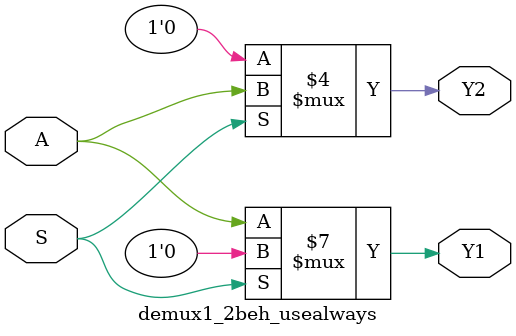
<source format=v>
`timescale 1ns / 1ps


module demux1_2beh_usealways(
    input S,
    input A,
    output reg Y2,
    output reg Y1
    );
    
always @(*) begin
    if (S == 0) begin
        Y1 = A;
        Y2 = 0;
    end
    else begin
        Y2 = A;
        Y1 = 0;
    end
end 
endmodule

</source>
